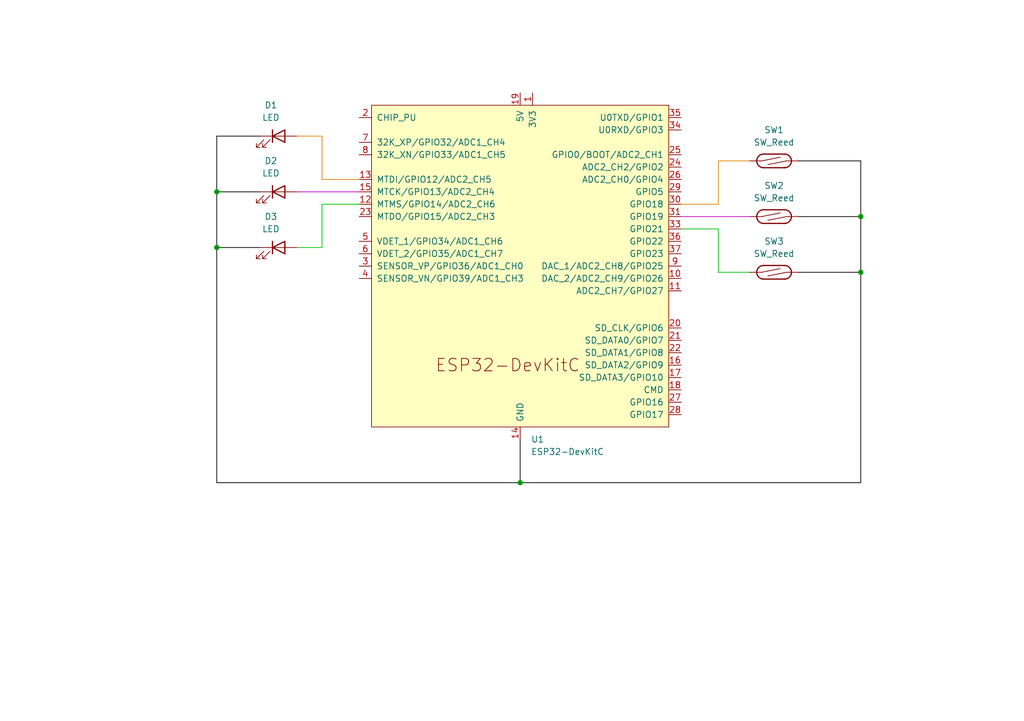
<source format=kicad_sch>
(kicad_sch (version 20231120) (generator "eeschema") (generator_version "8.0")
  (paper "A5")
  (title_block (title "Window status sensors setup"))
  (lib_symbols
    (symbol "Device:LED" (pin_numbers hide) (pin_names (offset 1.016) hide)
      (property "Reference" "D" (at 0 2.54 0))
      (property "Value" "LED" (at 0 -2.54 0))
      (symbol "LED_0_1"
        (polyline (pts (xy -1.27 -1.27) (xy -1.27 1.27)) (stroke (width 0.254)))
        (polyline (pts (xy -1.27 0) (xy 1.27 0)))
        (polyline (pts (xy 1.27 -1.27) (xy 1.27 1.27) (xy -1.27 0) (xy 1.27 -1.27)) (stroke (width 0.254)))
        (polyline (pts (xy -3.048 -0.762) (xy -4.572 -2.286) (xy -3.81 -2.286) (xy -4.572 -2.286) (xy -4.572 -1.524)))
        (polyline (pts (xy -1.778 -0.762) (xy -3.302 -2.286) (xy -2.54 -2.286) (xy -3.302 -2.286) (xy -3.302 -1.524)))
      )
      (symbol "LED_1_1"
        (pin passive line (at -3.81 0 0) (length 2.54) (name "K") (number "1"))
        (pin passive line (at 3.81 0 180) (length 2.54) (name "A") (number "2"))
      )
    )
    (symbol "PCM_Espressif:ESP32-DevKitC" (pin_names (offset 1.016))
      (property "Reference" "U" (at -30.48 38.1 0))
      (property "Value" "ESP32-DevKitC" (at -30.48 35.56 0))
      (symbol "ESP32-DevKitC_0_0"
        (text "ESP32-DevKitC" (at -2.54 -20.32 0) (effects (font (size 2.54 2.54))))
        (pin power_in line (at 0 -35.56 90) (length 2.54) (name "GND") (number "14"))
        (pin power_in line (at 0 35.56 270) (length 2.54) (name "5V") (number "19"))
      )
      (symbol "ESP32-DevKitC_0_1"
        (rectangle (start -30.48 33.02) (end 30.48 -33.02) (fill (type background)))
      )
      (symbol "ESP32-DevKitC_1_1"
        (pin power_in line (at 2.54 35.56 270) (length 2.54) (name "3V3") (number "1"))
        (pin bidirectional line (at 33.02 -2.54 180) (length 2.54) (name "DAC_2/ADC2_CH9/GPIO26") (number "10"))
        (pin bidirectional line (at 33.02 -5.08 180) (length 2.54) (name "ADC2_CH7/GPIO27") (number "11"))
        (pin bidirectional line (at -33.02 12.7 0) (length 2.54) (name "MTMS/GPIO14/ADC2_CH6") (number "12"))
        (pin bidirectional line (at -33.02 17.78 0) (length 2.54) (name "MTDI/GPIO12/ADC2_CH5") (number "13"))
        (pin bidirectional line (at -33.02 15.24 0) (length 2.54) (name "MTCK/GPIO13/ADC2_CH4") (number "15"))
        (pin bidirectional line (at 33.02 -20.32 180) (length 2.54) (name "SD_DATA2/GPIO9") (number "16"))
        (pin bidirectional line (at 33.02 -22.86 180) (length 2.54) (name "SD_DATA3/GPIO10") (number "17"))
        (pin bidirectional line (at 33.02 -25.4 180) (length 2.54) (name "CMD") (number "18"))
        (pin input line (at -33.02 30.48 0) (length 2.54) (name "CHIP_PU") (number "2"))
        (pin bidirectional line (at 33.02 -12.7 180) (length 2.54) (name "SD_CLK/GPIO6") (number "20"))
        (pin bidirectional line (at 33.02 -15.24 180) (length 2.54) (name "SD_DATA0/GPIO7") (number "21"))
        (pin bidirectional line (at 33.02 -17.78 180) (length 2.54) (name "SD_DATA1/GPIO8") (number "22"))
        (pin bidirectional line (at -33.02 10.16 0) (length 2.54) (name "MTDO/GPIO15/ADC2_CH3") (number "23"))
        (pin bidirectional line (at 33.02 20.32 180) (length 2.54) (name "ADC2_CH2/GPIO2") (number "24"))
        (pin bidirectional line (at 33.02 22.86 180) (length 2.54) (name "GPIO0/BOOT/ADC2_CH1") (number "25"))
        (pin bidirectional line (at 33.02 17.78 180) (length 2.54) (name "ADC2_CH0/GPIO4") (number "26"))
        (pin bidirectional line (at 33.02 -27.94 180) (length 2.54) (name "GPIO16") (number "27"))
        (pin bidirectional line (at 33.02 -30.48 180) (length 2.54) (name "GPIO17") (number "28"))
        (pin bidirectional line (at 33.02 15.24 180) (length 2.54) (name "GPIO5") (number "29"))
        (pin input line (at -33.02 0 0) (length 2.54) (name "SENSOR_VP/GPIO36/ADC1_CH0") (number "3"))
        (pin bidirectional line (at 33.02 12.7 180) (length 2.54) (name "GPIO18") (number "30"))
        (pin bidirectional line (at 33.02 10.16 180) (length 2.54) (name "GPIO19") (number "31"))
        (pin passive line (at 0 -35.56 90) (length 2.54) hide (name "GND") (number "32"))
        (pin bidirectional line (at 33.02 7.62 180) (length 2.54) (name "GPIO21") (number "33"))
        (pin bidirectional line (at 33.02 27.94 180) (length 2.54) (name "U0RXD/GPIO3") (number "34"))
        (pin bidirectional line (at 33.02 30.48 180) (length 2.54) (name "U0TXD/GPIO1") (number "35"))
        (pin bidirectional line (at 33.02 5.08 180) (length 2.54) (name "GPIO22") (number "36"))
        (pin bidirectional line (at 33.02 2.54 180) (length 2.54) (name "GPIO23") (number "37"))
        (pin passive line (at 0 -35.56 90) (length 2.54) hide (name "GND") (number "38"))
        (pin input line (at -33.02 -2.54 0) (length 2.54) (name "SENSOR_VN/GPIO39/ADC1_CH3") (number "4"))
        (pin input line (at -33.02 5.08 0) (length 2.54) (name "VDET_1/GPIO34/ADC1_CH6") (number "5"))
        (pin input line (at -33.02 2.54 0) (length 2.54) (name "VDET_2/GPIO35/ADC1_CH7") (number "6"))
        (pin bidirectional line (at -33.02 25.4 0) (length 2.54) (name "32K_XP/GPIO32/ADC1_CH4") (number "7"))
        (pin bidirectional line (at -33.02 22.86 0) (length 2.54) (name "32K_XN/GPIO33/ADC1_CH5") (number "8"))
        (pin bidirectional line (at 33.02 0 180) (length 2.54) (name "DAC_1/ADC2_CH8/GPIO25") (number "9"))
      )
    )
    (symbol "Switch:SW_Reed" (pin_numbers hide) (pin_names (offset 0) hide)
      (property "Reference" "SW" (at 0 2.54 0))
      (property "Value" "SW_Reed" (at 0 -2.54 0))
      (symbol "SW_Reed_0_0"
        (arc (start -2.159 1.397) (mid -3.55 0) (end -2.159 -1.397) (stroke (width 0.254)))
        (polyline (pts (xy -2.54 0) (xy 1.27 0.762)))
        (polyline (pts (xy -2.159 -1.397) (xy 2.286 -1.397)) (stroke (width 0.254)))
        (polyline (pts (xy 2.159 1.397) (xy -2.159 1.397)) (stroke (width 0.254)))
        (polyline (pts (xy 2.54 0) (xy -1.27 -0.762)))
        (arc (start 2.159 -1.397) (mid 3.55 0) (end 2.159 1.397) (stroke (width 0.254)))
      )
      (symbol "SW_Reed_1_1"
        (pin passive line (at -5.08 0 0) (length 2.54) (name "1") (number "1"))
        (pin passive line (at 5.08 0 180) (length 2.54) (name "2") (number "2"))
      )
    )
  )
  (junction (at 44.45 39.37))
  (junction (at 106.68 99.06))
  (junction (at 176.53 44.45))
  (junction (at 44.45 50.8))
  (junction (at 176.53 55.88))
  (wire (pts (xy 139.7 44.45) (xy 153.67 44.45)) (stroke (width 0) (color 194 0 194 1)))
  (wire (pts (xy 147.32 46.99) (xy 147.32 55.88)) (stroke (width 0) (color 0 194 0 1)))
  (wire (pts (xy 44.45 39.37) (xy 53.34 39.37)) (stroke (width 0) (color 0 0 0 1)))
  (wire (pts (xy 53.34 27.94) (xy 44.45 27.94)) (stroke (width 0) (color 0 0 0 1)))
  (wire (pts (xy 73.66 36.83) (xy 66.04 36.83)) (stroke (width 0) (color 221 133 0 1)))
  (wire (pts (xy 73.66 41.91) (xy 66.04 41.91)) (stroke (width 0) (color 0 194 0 1)))
  (wire (pts (xy 66.04 27.94) (xy 60.96 27.94)) (stroke (width 0) (color 221 133 0 1)))
  (wire (pts (xy 147.32 55.88) (xy 153.67 55.88)) (stroke (width 0) (color 0 194 0 1)))
  (wire (pts (xy 66.04 41.91) (xy 66.04 50.8)) (stroke (width 0) (color 0 194 0 1)))
  (wire (pts (xy 60.96 39.37) (xy 73.66 39.37)) (stroke (width 0) (color 194 0 194 1)))
  (wire (pts (xy 44.45 39.37) (xy 44.45 50.8)) (stroke (width 0) (color 0 0 0 1)))
  (wire (pts (xy 139.7 41.91) (xy 147.32 41.91)) (stroke (width 0) (color 221 133 0 1)))
  (wire (pts (xy 44.45 27.94) (xy 44.45 39.37)) (stroke (width 0) (color 0 0 0 1)))
  (wire (pts (xy 106.68 99.06) (xy 176.53 99.06)) (stroke (width 0) (color 0 0 0 1)))
  (wire (pts (xy 44.45 99.06) (xy 106.68 99.06)) (stroke (width 0) (color 0 0 0 1)))
  (wire (pts (xy 147.32 41.91) (xy 147.32 33.02)) (stroke (width 0) (color 221 133 0 1)))
  (wire (pts (xy 176.53 33.02) (xy 163.83 33.02)) (stroke (width 0) (color 0 0 0 1)))
  (wire (pts (xy 176.53 55.88) (xy 176.53 44.45)) (stroke (width 0) (color 0 0 0 1)))
  (wire (pts (xy 147.32 33.02) (xy 153.67 33.02)) (stroke (width 0) (color 221 133 0 1)))
  (wire (pts (xy 163.83 44.45) (xy 176.53 44.45)) (stroke (width 0) (color 0 0 0 1)))
  (wire (pts (xy 44.45 50.8) (xy 44.45 99.06)) (stroke (width 0) (color 0 0 0 1)))
  (wire (pts (xy 176.53 44.45) (xy 176.53 33.02)) (stroke (width 0) (color 0 0 0 1)))
  (wire (pts (xy 139.7 46.99) (xy 147.32 46.99)) (stroke (width 0) (color 0 194 0 1)))
  (wire (pts (xy 44.45 50.8) (xy 53.34 50.8)) (stroke (width 0) (color 0 0 0 1)))
  (wire (pts (xy 106.68 90.17) (xy 106.68 99.06)) (stroke (width 0) (color 0 0 0 1)))
  (wire (pts (xy 176.53 99.06) (xy 176.53 55.88)) (stroke (width 0) (color 0 0 0 1)))
  (wire (pts (xy 66.04 50.8) (xy 60.96 50.8)) (stroke (width 0) (color 0 194 0 1)))
  (wire (pts (xy 163.83 55.88) (xy 176.53 55.88)) (stroke (width 0) (color 0 0 0 1)))
  (wire (pts (xy 66.04 36.83) (xy 66.04 27.94)) (stroke (width 0) (color 221 133 0 1)))
  (symbol (lib_id "Device:LED") (at 57.15 50.8 0) (unit 1)
    (property "Reference" "D3" (at 55.5625 44.45 0))
    (property "Value" "LED" (at 55.5625 46.99 0))
    (property "Description" "Light emitting diode" (effects (hide yes)))
  )
  (symbol (lib_id "Device:LED") (at 57.15 27.94 0) (unit 1)
    (property "Reference" "D1" (at 55.5625 21.59 0))
    (property "Value" "LED" (at 55.5625 24.13 0))
    (property "Description" "Light emitting diode" (effects (hide yes)))
  )
  (symbol (lib_id "Switch:SW_Reed") (at 158.75 33.02 0) (unit 1)
    (property "Reference" "SW1" (at 158.75 26.67 0))
    (property "Value" "SW_Reed" (at 158.75 29.21 0))
    (property "Description" "reed switch" (effects (hide yes)))
  )
  (symbol (lib_id "Switch:SW_Reed") (at 158.75 55.88 0) (unit 1)
    (property "Reference" "SW3" (at 158.75 49.53 0))
    (property "Value" "SW_Reed" (at 158.75 52.07 0))
    (property "Description" "reed switch" (effects (hide yes)))
  )
  (symbol (lib_id "Device:LED") (at 57.15 39.37 0) (unit 1)
    (property "Reference" "D2" (at 55.5625 33.02 0))
    (property "Value" "LED" (at 55.5625 35.56 0))
    (property "Description" "Light emitting diode" (effects (hide yes)))
  )
  (symbol (lib_id "Switch:SW_Reed") (at 158.75 44.45 0) (unit 1)
    (property "Reference" "SW2" (at 158.75 38.1 0))
    (property "Value" "SW_Reed" (at 158.75 40.64 0))
    (property "Description" "reed switch" (effects (hide yes)))
  )
  (symbol (lib_id "PCM_Espressif:ESP32-DevKitC") (at 106.68 54.61 0) (unit 1)
    (property "Reference" "U1" (at 108.8741 90.17 0) (effects (justify left)))
    (property "Value" "ESP32-DevKitC" (at 108.8741 92.71 0) (effects (justify left)))
    (property "Footprint" "PCM_Espressif:ESP32-DevKitC" (effects (hide yes)))
    (property "Datasheet" "https://docs.espressif.com/projects/esp-idf/zh_CN/latest/esp32/hw-reference/esp32/get-started-devkitc.html" (effects (hide yes)))
    (property "Description" "Development Kit" (effects (hide yes)))
  )
)
</source>
